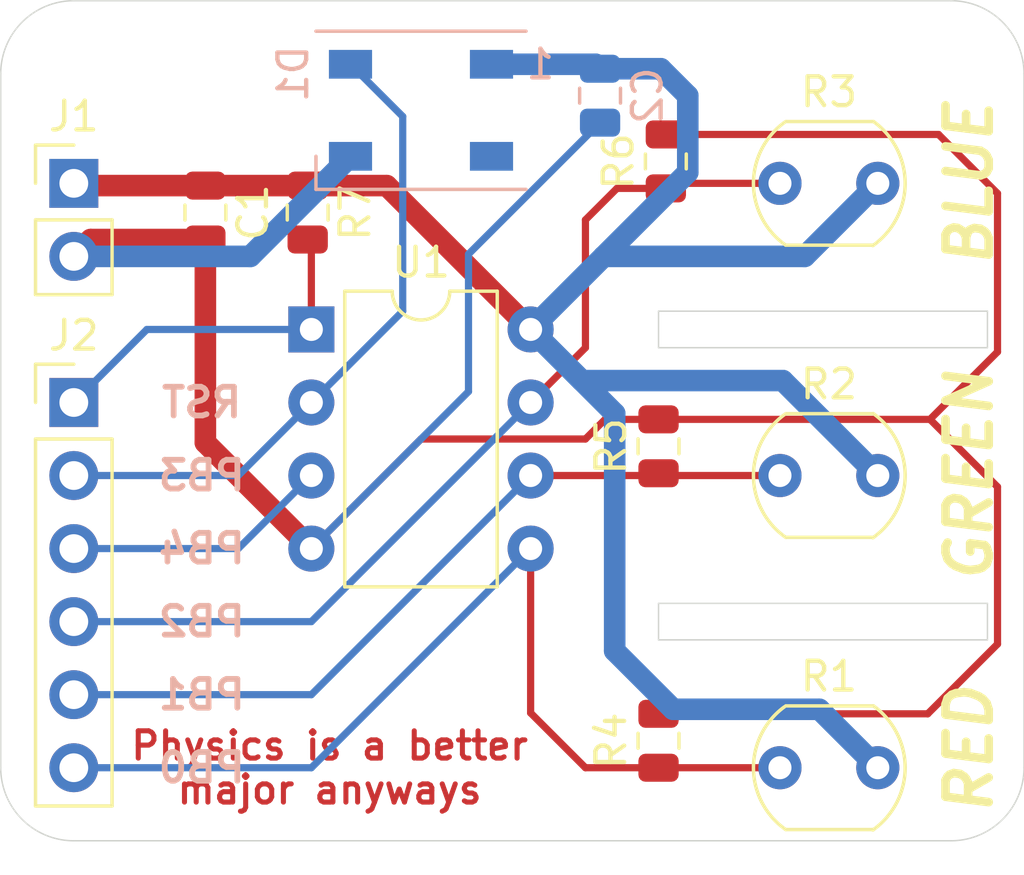
<source format=kicad_pcb>
(kicad_pcb (version 20171130) (host pcbnew "(5.1.6)-1")

  (general
    (thickness 1.6)
    (drawings 26)
    (tracks 75)
    (zones 0)
    (modules 13)
    (nets 10)
  )

  (page A4)
  (layers
    (0 F.Cu signal)
    (31 B.Cu signal)
    (32 B.Adhes user)
    (33 F.Adhes user)
    (34 B.Paste user)
    (35 F.Paste user)
    (36 B.SilkS user)
    (37 F.SilkS user)
    (38 B.Mask user)
    (39 F.Mask user)
    (40 Dwgs.User user)
    (41 Cmts.User user)
    (42 Eco1.User user)
    (43 Eco2.User user)
    (44 Edge.Cuts user)
    (45 Margin user)
    (46 B.CrtYd user)
    (47 F.CrtYd user)
    (48 B.Fab user)
    (49 F.Fab user hide)
  )

  (setup
    (last_trace_width 0.75)
    (user_trace_width 0.75)
    (trace_clearance 0.2)
    (zone_clearance 0.3)
    (zone_45_only no)
    (trace_min 0.2)
    (via_size 0.8)
    (via_drill 0.4)
    (via_min_size 0.4)
    (via_min_drill 0.3)
    (uvia_size 0.3)
    (uvia_drill 0.1)
    (uvias_allowed no)
    (uvia_min_size 0.2)
    (uvia_min_drill 0.1)
    (edge_width 0.05)
    (segment_width 0.2)
    (pcb_text_width 0.3)
    (pcb_text_size 1.5 1.5)
    (mod_edge_width 0.12)
    (mod_text_size 1 1)
    (mod_text_width 0.15)
    (pad_size 1.524 1.524)
    (pad_drill 0.762)
    (pad_to_mask_clearance 0.05)
    (aux_axis_origin 0 0)
    (visible_elements FFFFFF7F)
    (pcbplotparams
      (layerselection 0x010fc_ffffffff)
      (usegerberextensions false)
      (usegerberattributes true)
      (usegerberadvancedattributes true)
      (creategerberjobfile true)
      (excludeedgelayer true)
      (linewidth 0.100000)
      (plotframeref false)
      (viasonmask false)
      (mode 1)
      (useauxorigin false)
      (hpglpennumber 1)
      (hpglpenspeed 20)
      (hpglpendiameter 15.000000)
      (psnegative false)
      (psa4output false)
      (plotreference true)
      (plotvalue true)
      (plotinvisibletext false)
      (padsonsilk false)
      (subtractmaskfromsilk false)
      (outputformat 1)
      (mirror false)
      (drillshape 1)
      (scaleselection 1)
      (outputdirectory ""))
  )

  (net 0 "")
  (net 1 GND)
  (net 2 VCC)
  (net 3 "Net-(D1-Pad2)")
  (net 4 /PB3)
  (net 5 /PB0)
  (net 6 /PB1)
  (net 7 /PB2)
  (net 8 /PB4)
  (net 9 /RESET)

  (net_class Default "This is the default net class."
    (clearance 0.2)
    (trace_width 0.25)
    (via_dia 0.8)
    (via_drill 0.4)
    (uvia_dia 0.3)
    (uvia_drill 0.1)
    (add_net /PB0)
    (add_net /PB1)
    (add_net /PB2)
    (add_net /PB3)
    (add_net /PB4)
    (add_net /RESET)
    (add_net GND)
    (add_net "Net-(D1-Pad2)")
    (add_net VCC)
  )

  (module Capacitor_SMD:C_0805_2012Metric (layer B.Cu) (tedit 5B36C52B) (tstamp 5FC956E8)
    (at 145.288 111.252 90)
    (descr "Capacitor SMD 0805 (2012 Metric), square (rectangular) end terminal, IPC_7351 nominal, (Body size source: https://docs.google.com/spreadsheets/d/1BsfQQcO9C6DZCsRaXUlFlo91Tg2WpOkGARC1WS5S8t0/edit?usp=sharing), generated with kicad-footprint-generator")
    (tags capacitor)
    (path /5FCF63D6)
    (attr smd)
    (fp_text reference C2 (at 0 1.65 270) (layer B.SilkS)
      (effects (font (size 1 1) (thickness 0.15)) (justify mirror))
    )
    (fp_text value 0.1u (at 0 -1.65 270) (layer B.Fab)
      (effects (font (size 1 1) (thickness 0.15)) (justify mirror))
    )
    (fp_line (start 1.68 -0.95) (end -1.68 -0.95) (layer B.CrtYd) (width 0.05))
    (fp_line (start 1.68 0.95) (end 1.68 -0.95) (layer B.CrtYd) (width 0.05))
    (fp_line (start -1.68 0.95) (end 1.68 0.95) (layer B.CrtYd) (width 0.05))
    (fp_line (start -1.68 -0.95) (end -1.68 0.95) (layer B.CrtYd) (width 0.05))
    (fp_line (start -0.258578 -0.71) (end 0.258578 -0.71) (layer B.SilkS) (width 0.12))
    (fp_line (start -0.258578 0.71) (end 0.258578 0.71) (layer B.SilkS) (width 0.12))
    (fp_line (start 1 -0.6) (end -1 -0.6) (layer B.Fab) (width 0.1))
    (fp_line (start 1 0.6) (end 1 -0.6) (layer B.Fab) (width 0.1))
    (fp_line (start -1 0.6) (end 1 0.6) (layer B.Fab) (width 0.1))
    (fp_line (start -1 -0.6) (end -1 0.6) (layer B.Fab) (width 0.1))
    (fp_text user %R (at 0 0 270) (layer B.Fab)
      (effects (font (size 0.5 0.5) (thickness 0.08)) (justify mirror))
    )
    (pad 1 smd roundrect (at -0.9375 0 90) (size 0.975 1.4) (layers B.Cu B.Paste B.Mask) (roundrect_rratio 0.25)
      (net 1 GND))
    (pad 2 smd roundrect (at 0.9375 0 90) (size 0.975 1.4) (layers B.Cu B.Paste B.Mask) (roundrect_rratio 0.25)
      (net 2 VCC))
    (model ${KISYS3DMOD}/Capacitor_SMD.3dshapes/C_0805_2012Metric.wrl
      (at (xyz 0 0 0))
      (scale (xyz 1 1 1))
      (rotate (xyz 0 0 0))
    )
  )

  (module Package_DIP:DIP-8_W7.62mm (layer F.Cu) (tedit 5A02E8C5) (tstamp 5FC93B65)
    (at 135.255 119.38)
    (descr "8-lead though-hole mounted DIP package, row spacing 7.62 mm (300 mils)")
    (tags "THT DIP DIL PDIP 2.54mm 7.62mm 300mil")
    (path /5FC8D1BC)
    (fp_text reference U1 (at 3.81 -2.33) (layer F.SilkS)
      (effects (font (size 1 1) (thickness 0.15)))
    )
    (fp_text value ATtiny85-20PU (at 3.81 9.95) (layer F.Fab)
      (effects (font (size 1 1) (thickness 0.15)))
    )
    (fp_text user %R (at 3.81 3.81) (layer F.Fab)
      (effects (font (size 1 1) (thickness 0.15)))
    )
    (fp_arc (start 3.81 -1.33) (end 2.81 -1.33) (angle -180) (layer F.SilkS) (width 0.12))
    (fp_line (start 1.635 -1.27) (end 6.985 -1.27) (layer F.Fab) (width 0.1))
    (fp_line (start 6.985 -1.27) (end 6.985 8.89) (layer F.Fab) (width 0.1))
    (fp_line (start 6.985 8.89) (end 0.635 8.89) (layer F.Fab) (width 0.1))
    (fp_line (start 0.635 8.89) (end 0.635 -0.27) (layer F.Fab) (width 0.1))
    (fp_line (start 0.635 -0.27) (end 1.635 -1.27) (layer F.Fab) (width 0.1))
    (fp_line (start 2.81 -1.33) (end 1.16 -1.33) (layer F.SilkS) (width 0.12))
    (fp_line (start 1.16 -1.33) (end 1.16 8.95) (layer F.SilkS) (width 0.12))
    (fp_line (start 1.16 8.95) (end 6.46 8.95) (layer F.SilkS) (width 0.12))
    (fp_line (start 6.46 8.95) (end 6.46 -1.33) (layer F.SilkS) (width 0.12))
    (fp_line (start 6.46 -1.33) (end 4.81 -1.33) (layer F.SilkS) (width 0.12))
    (fp_line (start -1.1 -1.55) (end -1.1 9.15) (layer F.CrtYd) (width 0.05))
    (fp_line (start -1.1 9.15) (end 8.7 9.15) (layer F.CrtYd) (width 0.05))
    (fp_line (start 8.7 9.15) (end 8.7 -1.55) (layer F.CrtYd) (width 0.05))
    (fp_line (start 8.7 -1.55) (end -1.1 -1.55) (layer F.CrtYd) (width 0.05))
    (pad 8 thru_hole oval (at 7.62 0) (size 1.6 1.6) (drill 0.8) (layers *.Cu *.Mask)
      (net 2 VCC))
    (pad 4 thru_hole oval (at 0 7.62) (size 1.6 1.6) (drill 0.8) (layers *.Cu *.Mask)
      (net 1 GND))
    (pad 7 thru_hole oval (at 7.62 2.54) (size 1.6 1.6) (drill 0.8) (layers *.Cu *.Mask)
      (net 7 /PB2))
    (pad 3 thru_hole oval (at 0 5.08) (size 1.6 1.6) (drill 0.8) (layers *.Cu *.Mask)
      (net 8 /PB4))
    (pad 6 thru_hole oval (at 7.62 5.08) (size 1.6 1.6) (drill 0.8) (layers *.Cu *.Mask)
      (net 6 /PB1))
    (pad 2 thru_hole oval (at 0 2.54) (size 1.6 1.6) (drill 0.8) (layers *.Cu *.Mask)
      (net 4 /PB3))
    (pad 5 thru_hole oval (at 7.62 7.62) (size 1.6 1.6) (drill 0.8) (layers *.Cu *.Mask)
      (net 5 /PB0))
    (pad 1 thru_hole rect (at 0 0) (size 1.6 1.6) (drill 0.8) (layers *.Cu *.Mask)
      (net 9 /RESET))
    (model ${KISYS3DMOD}/Package_DIP.3dshapes/DIP-8_W7.62mm.wrl
      (at (xyz 0 0 0))
      (scale (xyz 1 1 1))
      (rotate (xyz 0 0 0))
    )
  )

  (module Resistor_SMD:R_0805_2012Metric (layer F.Cu) (tedit 5B36C52B) (tstamp 5FC93404)
    (at 135.128 115.316 270)
    (descr "Resistor SMD 0805 (2012 Metric), square (rectangular) end terminal, IPC_7351 nominal, (Body size source: https://docs.google.com/spreadsheets/d/1BsfQQcO9C6DZCsRaXUlFlo91Tg2WpOkGARC1WS5S8t0/edit?usp=sharing), generated with kicad-footprint-generator")
    (tags resistor)
    (path /5FC95C62)
    (attr smd)
    (fp_text reference R7 (at 0 -1.65 90) (layer F.SilkS)
      (effects (font (size 1 1) (thickness 0.15)))
    )
    (fp_text value 10k (at 0 1.65 90) (layer F.Fab)
      (effects (font (size 1 1) (thickness 0.15)))
    )
    (fp_line (start 1.68 0.95) (end -1.68 0.95) (layer F.CrtYd) (width 0.05))
    (fp_line (start 1.68 -0.95) (end 1.68 0.95) (layer F.CrtYd) (width 0.05))
    (fp_line (start -1.68 -0.95) (end 1.68 -0.95) (layer F.CrtYd) (width 0.05))
    (fp_line (start -1.68 0.95) (end -1.68 -0.95) (layer F.CrtYd) (width 0.05))
    (fp_line (start -0.258578 0.71) (end 0.258578 0.71) (layer F.SilkS) (width 0.12))
    (fp_line (start -0.258578 -0.71) (end 0.258578 -0.71) (layer F.SilkS) (width 0.12))
    (fp_line (start 1 0.6) (end -1 0.6) (layer F.Fab) (width 0.1))
    (fp_line (start 1 -0.6) (end 1 0.6) (layer F.Fab) (width 0.1))
    (fp_line (start -1 -0.6) (end 1 -0.6) (layer F.Fab) (width 0.1))
    (fp_line (start -1 0.6) (end -1 -0.6) (layer F.Fab) (width 0.1))
    (fp_text user %R (at 0 0 90) (layer F.Fab)
      (effects (font (size 0.5 0.5) (thickness 0.08)))
    )
    (pad 1 smd roundrect (at -0.9375 0 270) (size 0.975 1.4) (layers F.Cu F.Paste F.Mask) (roundrect_rratio 0.25)
      (net 2 VCC))
    (pad 2 smd roundrect (at 0.9375 0 270) (size 0.975 1.4) (layers F.Cu F.Paste F.Mask) (roundrect_rratio 0.25)
      (net 9 /RESET))
    (model ${KISYS3DMOD}/Resistor_SMD.3dshapes/R_0805_2012Metric.wrl
      (at (xyz 0 0 0))
      (scale (xyz 1 1 1))
      (rotate (xyz 0 0 0))
    )
  )

  (module Resistor_SMD:R_0805_2012Metric (layer F.Cu) (tedit 5B36C52B) (tstamp 5FC933F3)
    (at 147.574 113.538 90)
    (descr "Resistor SMD 0805 (2012 Metric), square (rectangular) end terminal, IPC_7351 nominal, (Body size source: https://docs.google.com/spreadsheets/d/1BsfQQcO9C6DZCsRaXUlFlo91Tg2WpOkGARC1WS5S8t0/edit?usp=sharing), generated with kicad-footprint-generator")
    (tags resistor)
    (path /5FCBED86)
    (attr smd)
    (fp_text reference R6 (at 0 -1.65 270) (layer F.SilkS)
      (effects (font (size 1 1) (thickness 0.15)))
    )
    (fp_text value 4.7k (at 0 1.65 270) (layer F.Fab)
      (effects (font (size 1 1) (thickness 0.15)))
    )
    (fp_text user %R (at 0 0 270) (layer F.Fab)
      (effects (font (size 0.5 0.5) (thickness 0.08)))
    )
    (fp_line (start -1 0.6) (end -1 -0.6) (layer F.Fab) (width 0.1))
    (fp_line (start -1 -0.6) (end 1 -0.6) (layer F.Fab) (width 0.1))
    (fp_line (start 1 -0.6) (end 1 0.6) (layer F.Fab) (width 0.1))
    (fp_line (start 1 0.6) (end -1 0.6) (layer F.Fab) (width 0.1))
    (fp_line (start -0.258578 -0.71) (end 0.258578 -0.71) (layer F.SilkS) (width 0.12))
    (fp_line (start -0.258578 0.71) (end 0.258578 0.71) (layer F.SilkS) (width 0.12))
    (fp_line (start -1.68 0.95) (end -1.68 -0.95) (layer F.CrtYd) (width 0.05))
    (fp_line (start -1.68 -0.95) (end 1.68 -0.95) (layer F.CrtYd) (width 0.05))
    (fp_line (start 1.68 -0.95) (end 1.68 0.95) (layer F.CrtYd) (width 0.05))
    (fp_line (start 1.68 0.95) (end -1.68 0.95) (layer F.CrtYd) (width 0.05))
    (pad 2 smd roundrect (at 0.9375 0 90) (size 0.975 1.4) (layers F.Cu F.Paste F.Mask) (roundrect_rratio 0.25)
      (net 1 GND))
    (pad 1 smd roundrect (at -0.9375 0 90) (size 0.975 1.4) (layers F.Cu F.Paste F.Mask) (roundrect_rratio 0.25)
      (net 7 /PB2))
    (model ${KISYS3DMOD}/Resistor_SMD.3dshapes/R_0805_2012Metric.wrl
      (at (xyz 0 0 0))
      (scale (xyz 1 1 1))
      (rotate (xyz 0 0 0))
    )
  )

  (module Resistor_SMD:R_0805_2012Metric (layer F.Cu) (tedit 5B36C52B) (tstamp 5FC95DFE)
    (at 147.32 123.444 90)
    (descr "Resistor SMD 0805 (2012 Metric), square (rectangular) end terminal, IPC_7351 nominal, (Body size source: https://docs.google.com/spreadsheets/d/1BsfQQcO9C6DZCsRaXUlFlo91Tg2WpOkGARC1WS5S8t0/edit?usp=sharing), generated with kicad-footprint-generator")
    (tags resistor)
    (path /5FCB51D6)
    (attr smd)
    (fp_text reference R5 (at 0 -1.65 270) (layer F.SilkS)
      (effects (font (size 1 1) (thickness 0.15)))
    )
    (fp_text value 4.7k (at 0 1.65 270) (layer F.Fab)
      (effects (font (size 1 1) (thickness 0.15)))
    )
    (fp_text user %R (at 0 0 270) (layer F.Fab)
      (effects (font (size 0.5 0.5) (thickness 0.08)))
    )
    (fp_line (start -1 0.6) (end -1 -0.6) (layer F.Fab) (width 0.1))
    (fp_line (start -1 -0.6) (end 1 -0.6) (layer F.Fab) (width 0.1))
    (fp_line (start 1 -0.6) (end 1 0.6) (layer F.Fab) (width 0.1))
    (fp_line (start 1 0.6) (end -1 0.6) (layer F.Fab) (width 0.1))
    (fp_line (start -0.258578 -0.71) (end 0.258578 -0.71) (layer F.SilkS) (width 0.12))
    (fp_line (start -0.258578 0.71) (end 0.258578 0.71) (layer F.SilkS) (width 0.12))
    (fp_line (start -1.68 0.95) (end -1.68 -0.95) (layer F.CrtYd) (width 0.05))
    (fp_line (start -1.68 -0.95) (end 1.68 -0.95) (layer F.CrtYd) (width 0.05))
    (fp_line (start 1.68 -0.95) (end 1.68 0.95) (layer F.CrtYd) (width 0.05))
    (fp_line (start 1.68 0.95) (end -1.68 0.95) (layer F.CrtYd) (width 0.05))
    (pad 2 smd roundrect (at 0.9375 0 90) (size 0.975 1.4) (layers F.Cu F.Paste F.Mask) (roundrect_rratio 0.25)
      (net 1 GND))
    (pad 1 smd roundrect (at -0.9375 0 90) (size 0.975 1.4) (layers F.Cu F.Paste F.Mask) (roundrect_rratio 0.25)
      (net 6 /PB1))
    (model ${KISYS3DMOD}/Resistor_SMD.3dshapes/R_0805_2012Metric.wrl
      (at (xyz 0 0 0))
      (scale (xyz 1 1 1))
      (rotate (xyz 0 0 0))
    )
  )

  (module Resistor_SMD:R_0805_2012Metric (layer F.Cu) (tedit 5B36C52B) (tstamp 5FC933D1)
    (at 147.32 133.6825 90)
    (descr "Resistor SMD 0805 (2012 Metric), square (rectangular) end terminal, IPC_7351 nominal, (Body size source: https://docs.google.com/spreadsheets/d/1BsfQQcO9C6DZCsRaXUlFlo91Tg2WpOkGARC1WS5S8t0/edit?usp=sharing), generated with kicad-footprint-generator")
    (tags resistor)
    (path /5FCB2565)
    (attr smd)
    (fp_text reference R4 (at 0 -1.65 270) (layer F.SilkS)
      (effects (font (size 1 1) (thickness 0.15)))
    )
    (fp_text value 4.7k (at 0 1.65 270) (layer F.Fab)
      (effects (font (size 1 1) (thickness 0.15)))
    )
    (fp_text user %R (at 0 0 270) (layer F.Fab)
      (effects (font (size 0.5 0.5) (thickness 0.08)))
    )
    (fp_line (start -1 0.6) (end -1 -0.6) (layer F.Fab) (width 0.1))
    (fp_line (start -1 -0.6) (end 1 -0.6) (layer F.Fab) (width 0.1))
    (fp_line (start 1 -0.6) (end 1 0.6) (layer F.Fab) (width 0.1))
    (fp_line (start 1 0.6) (end -1 0.6) (layer F.Fab) (width 0.1))
    (fp_line (start -0.258578 -0.71) (end 0.258578 -0.71) (layer F.SilkS) (width 0.12))
    (fp_line (start -0.258578 0.71) (end 0.258578 0.71) (layer F.SilkS) (width 0.12))
    (fp_line (start -1.68 0.95) (end -1.68 -0.95) (layer F.CrtYd) (width 0.05))
    (fp_line (start -1.68 -0.95) (end 1.68 -0.95) (layer F.CrtYd) (width 0.05))
    (fp_line (start 1.68 -0.95) (end 1.68 0.95) (layer F.CrtYd) (width 0.05))
    (fp_line (start 1.68 0.95) (end -1.68 0.95) (layer F.CrtYd) (width 0.05))
    (pad 2 smd roundrect (at 0.9375 0 90) (size 0.975 1.4) (layers F.Cu F.Paste F.Mask) (roundrect_rratio 0.25)
      (net 1 GND))
    (pad 1 smd roundrect (at -0.9375 0 90) (size 0.975 1.4) (layers F.Cu F.Paste F.Mask) (roundrect_rratio 0.25)
      (net 5 /PB0))
    (model ${KISYS3DMOD}/Resistor_SMD.3dshapes/R_0805_2012Metric.wrl
      (at (xyz 0 0 0))
      (scale (xyz 1 1 1))
      (rotate (xyz 0 0 0))
    )
  )

  (module OptoDevice:R_LDR_5.1x4.3mm_P3.4mm_Vertical (layer F.Cu) (tedit 5B8603DB) (tstamp 5FC953A7)
    (at 154.94 114.3 180)
    (descr "Resistor, LDR 5.1x3.4mm, see http://yourduino.com/docs/Photoresistor-5516-datasheet.pdf")
    (tags "Resistor LDR5.1x3.4mm")
    (path /5FCBED7C)
    (fp_text reference R3 (at 1.7 3.175) (layer F.SilkS)
      (effects (font (size 1 1) (thickness 0.15)))
    )
    (fp_text value R_PHOTO_Blue (at 1.5 3) (layer F.Fab)
      (effects (font (size 1 1) (thickness 0.15)))
    )
    (fp_arc (start 1.7 0) (end 0.2 2.1) (angle 109) (layer F.Fab) (width 0.1))
    (fp_arc (start 1.7 0) (end 3.2 -2.1) (angle 109) (layer F.Fab) (width 0.1))
    (fp_arc (start 1.7 0) (end 3.2 -2.15) (angle 109) (layer F.SilkS) (width 0.12))
    (fp_arc (start 1.7 0) (end 0.15 2.15) (angle 109) (layer F.SilkS) (width 0.12))
    (fp_text user %R (at 1.7 -2.9) (layer F.Fab)
      (effects (font (size 1 1) (thickness 0.15)))
    )
    (fp_line (start 0.15 2.15) (end 3.2 2.15) (layer F.SilkS) (width 0.12))
    (fp_line (start 0.15 -2.15) (end 3.2 -2.15) (layer F.SilkS) (width 0.12))
    (fp_line (start 1 0) (end 2.3 0) (layer F.Fab) (width 0.1))
    (fp_line (start 2.3 0) (end 2.3 -0.6) (layer F.Fab) (width 0.1))
    (fp_line (start 2.3 -0.6) (end 0.8 -0.6) (layer F.Fab) (width 0.1))
    (fp_line (start 2.6 0.6) (end 1 0.6) (layer F.Fab) (width 0.1))
    (fp_line (start 0.8 -1.8) (end 2.6 -1.8) (layer F.Fab) (width 0.1))
    (fp_line (start 2.6 -1.8) (end 2.6 -1.2) (layer F.Fab) (width 0.1))
    (fp_line (start 2.6 -1.2) (end 0.8 -1.2) (layer F.Fab) (width 0.1))
    (fp_line (start 0.8 -1.2) (end 0.8 -0.6) (layer F.Fab) (width 0.1))
    (fp_line (start 1 0) (end 1 0.6) (layer F.Fab) (width 0.1))
    (fp_line (start 2.6 0.6) (end 2.6 1.2) (layer F.Fab) (width 0.1))
    (fp_line (start 2.6 1.2) (end 0.8 1.2) (layer F.Fab) (width 0.1))
    (fp_line (start 0.8 1.2) (end 0.8 1.8) (layer F.Fab) (width 0.1))
    (fp_line (start 0.8 1.8) (end 2.6 1.8) (layer F.Fab) (width 0.1))
    (fp_line (start 3.2 2.1) (end 0.2 2.1) (layer F.Fab) (width 0.1))
    (fp_line (start 0.2 -2.1) (end 3.2 -2.1) (layer F.Fab) (width 0.1))
    (fp_line (start -1.13 -2.35) (end 4.53 -2.35) (layer F.CrtYd) (width 0.05))
    (fp_line (start -1.13 -2.35) (end -1.13 2.35) (layer F.CrtYd) (width 0.05))
    (fp_line (start 4.53 2.35) (end 4.53 -2.35) (layer F.CrtYd) (width 0.05))
    (fp_line (start 4.53 2.35) (end -1.13 2.35) (layer F.CrtYd) (width 0.05))
    (pad 2 thru_hole circle (at 3.4 0 180) (size 1.5 1.5) (drill 0.8) (layers *.Cu *.Mask)
      (net 7 /PB2))
    (pad 1 thru_hole circle (at 0 0 180) (size 1.5 1.5) (drill 0.8) (layers *.Cu *.Mask)
      (net 2 VCC))
    (model ${KISYS3DMOD}/OptoDevice.3dshapes/R_LDR_5.1x4.3mm_P3.4mm_Vertical.wrl
      (at (xyz 0 0 0))
      (scale (xyz 1 1 1))
      (rotate (xyz 0 0 0))
    )
  )

  (module OptoDevice:R_LDR_5.1x4.3mm_P3.4mm_Vertical (layer F.Cu) (tedit 5B8603DB) (tstamp 5FC94FB6)
    (at 154.94 124.46 180)
    (descr "Resistor, LDR 5.1x3.4mm, see http://yourduino.com/docs/Photoresistor-5516-datasheet.pdf")
    (tags "Resistor LDR5.1x3.4mm")
    (path /5FCB51CC)
    (fp_text reference R2 (at 1.7 3.175) (layer F.SilkS)
      (effects (font (size 1 1) (thickness 0.15)))
    )
    (fp_text value R_PHOTO_Green (at 1.5 3) (layer F.Fab)
      (effects (font (size 1 1) (thickness 0.15)))
    )
    (fp_arc (start 1.7 0) (end 0.2 2.1) (angle 109) (layer F.Fab) (width 0.1))
    (fp_arc (start 1.7 0) (end 3.2 -2.1) (angle 109) (layer F.Fab) (width 0.1))
    (fp_arc (start 1.7 0) (end 3.2 -2.15) (angle 109) (layer F.SilkS) (width 0.12))
    (fp_arc (start 1.7 0) (end 0.15 2.15) (angle 109) (layer F.SilkS) (width 0.12))
    (fp_text user %R (at 1.7 -2.9) (layer F.Fab)
      (effects (font (size 1 1) (thickness 0.15)))
    )
    (fp_line (start 0.15 2.15) (end 3.2 2.15) (layer F.SilkS) (width 0.12))
    (fp_line (start 0.15 -2.15) (end 3.2 -2.15) (layer F.SilkS) (width 0.12))
    (fp_line (start 1 0) (end 2.3 0) (layer F.Fab) (width 0.1))
    (fp_line (start 2.3 0) (end 2.3 -0.6) (layer F.Fab) (width 0.1))
    (fp_line (start 2.3 -0.6) (end 0.8 -0.6) (layer F.Fab) (width 0.1))
    (fp_line (start 2.6 0.6) (end 1 0.6) (layer F.Fab) (width 0.1))
    (fp_line (start 0.8 -1.8) (end 2.6 -1.8) (layer F.Fab) (width 0.1))
    (fp_line (start 2.6 -1.8) (end 2.6 -1.2) (layer F.Fab) (width 0.1))
    (fp_line (start 2.6 -1.2) (end 0.8 -1.2) (layer F.Fab) (width 0.1))
    (fp_line (start 0.8 -1.2) (end 0.8 -0.6) (layer F.Fab) (width 0.1))
    (fp_line (start 1 0) (end 1 0.6) (layer F.Fab) (width 0.1))
    (fp_line (start 2.6 0.6) (end 2.6 1.2) (layer F.Fab) (width 0.1))
    (fp_line (start 2.6 1.2) (end 0.8 1.2) (layer F.Fab) (width 0.1))
    (fp_line (start 0.8 1.2) (end 0.8 1.8) (layer F.Fab) (width 0.1))
    (fp_line (start 0.8 1.8) (end 2.6 1.8) (layer F.Fab) (width 0.1))
    (fp_line (start 3.2 2.1) (end 0.2 2.1) (layer F.Fab) (width 0.1))
    (fp_line (start 0.2 -2.1) (end 3.2 -2.1) (layer F.Fab) (width 0.1))
    (fp_line (start -1.13 -2.35) (end 4.53 -2.35) (layer F.CrtYd) (width 0.05))
    (fp_line (start -1.13 -2.35) (end -1.13 2.35) (layer F.CrtYd) (width 0.05))
    (fp_line (start 4.53 2.35) (end 4.53 -2.35) (layer F.CrtYd) (width 0.05))
    (fp_line (start 4.53 2.35) (end -1.13 2.35) (layer F.CrtYd) (width 0.05))
    (pad 2 thru_hole circle (at 3.4 0 180) (size 1.5 1.5) (drill 0.8) (layers *.Cu *.Mask)
      (net 6 /PB1))
    (pad 1 thru_hole circle (at 0 0 180) (size 1.5 1.5) (drill 0.8) (layers *.Cu *.Mask)
      (net 2 VCC))
    (model ${KISYS3DMOD}/OptoDevice.3dshapes/R_LDR_5.1x4.3mm_P3.4mm_Vertical.wrl
      (at (xyz 0 0 0))
      (scale (xyz 1 1 1))
      (rotate (xyz 0 0 0))
    )
  )

  (module OptoDevice:R_LDR_5.1x4.3mm_P3.4mm_Vertical (layer F.Cu) (tedit 5B8603DB) (tstamp 5FC93380)
    (at 154.94 134.62 180)
    (descr "Resistor, LDR 5.1x3.4mm, see http://yourduino.com/docs/Photoresistor-5516-datasheet.pdf")
    (tags "Resistor LDR5.1x3.4mm")
    (path /5FCA459F)
    (fp_text reference R1 (at 1.7 3.175) (layer F.SilkS)
      (effects (font (size 1 1) (thickness 0.15)))
    )
    (fp_text value R_PHOTO_Red (at 1.5 3) (layer F.Fab)
      (effects (font (size 1 1) (thickness 0.15)))
    )
    (fp_arc (start 1.7 0) (end 0.2 2.1) (angle 109) (layer F.Fab) (width 0.1))
    (fp_arc (start 1.7 0) (end 3.2 -2.1) (angle 109) (layer F.Fab) (width 0.1))
    (fp_arc (start 1.7 0) (end 3.2 -2.15) (angle 109) (layer F.SilkS) (width 0.12))
    (fp_arc (start 1.7 0) (end 0.15 2.15) (angle 109) (layer F.SilkS) (width 0.12))
    (fp_text user %R (at 1.7 -2.9) (layer F.Fab)
      (effects (font (size 1 1) (thickness 0.15)))
    )
    (fp_line (start 0.15 2.15) (end 3.2 2.15) (layer F.SilkS) (width 0.12))
    (fp_line (start 0.15 -2.15) (end 3.2 -2.15) (layer F.SilkS) (width 0.12))
    (fp_line (start 1 0) (end 2.3 0) (layer F.Fab) (width 0.1))
    (fp_line (start 2.3 0) (end 2.3 -0.6) (layer F.Fab) (width 0.1))
    (fp_line (start 2.3 -0.6) (end 0.8 -0.6) (layer F.Fab) (width 0.1))
    (fp_line (start 2.6 0.6) (end 1 0.6) (layer F.Fab) (width 0.1))
    (fp_line (start 0.8 -1.8) (end 2.6 -1.8) (layer F.Fab) (width 0.1))
    (fp_line (start 2.6 -1.8) (end 2.6 -1.2) (layer F.Fab) (width 0.1))
    (fp_line (start 2.6 -1.2) (end 0.8 -1.2) (layer F.Fab) (width 0.1))
    (fp_line (start 0.8 -1.2) (end 0.8 -0.6) (layer F.Fab) (width 0.1))
    (fp_line (start 1 0) (end 1 0.6) (layer F.Fab) (width 0.1))
    (fp_line (start 2.6 0.6) (end 2.6 1.2) (layer F.Fab) (width 0.1))
    (fp_line (start 2.6 1.2) (end 0.8 1.2) (layer F.Fab) (width 0.1))
    (fp_line (start 0.8 1.2) (end 0.8 1.8) (layer F.Fab) (width 0.1))
    (fp_line (start 0.8 1.8) (end 2.6 1.8) (layer F.Fab) (width 0.1))
    (fp_line (start 3.2 2.1) (end 0.2 2.1) (layer F.Fab) (width 0.1))
    (fp_line (start 0.2 -2.1) (end 3.2 -2.1) (layer F.Fab) (width 0.1))
    (fp_line (start -1.13 -2.35) (end 4.53 -2.35) (layer F.CrtYd) (width 0.05))
    (fp_line (start -1.13 -2.35) (end -1.13 2.35) (layer F.CrtYd) (width 0.05))
    (fp_line (start 4.53 2.35) (end 4.53 -2.35) (layer F.CrtYd) (width 0.05))
    (fp_line (start 4.53 2.35) (end -1.13 2.35) (layer F.CrtYd) (width 0.05))
    (pad 2 thru_hole circle (at 3.4 0 180) (size 1.5 1.5) (drill 0.8) (layers *.Cu *.Mask)
      (net 5 /PB0))
    (pad 1 thru_hole circle (at 0 0 180) (size 1.5 1.5) (drill 0.8) (layers *.Cu *.Mask)
      (net 2 VCC))
    (model ${KISYS3DMOD}/OptoDevice.3dshapes/R_LDR_5.1x4.3mm_P3.4mm_Vertical.wrl
      (at (xyz 0 0 0))
      (scale (xyz 1 1 1))
      (rotate (xyz 0 0 0))
    )
  )

  (module Connector_PinHeader_2.54mm:PinHeader_1x06_P2.54mm_Vertical (layer F.Cu) (tedit 59FED5CC) (tstamp 5FC93360)
    (at 127 121.92)
    (descr "Through hole straight pin header, 1x06, 2.54mm pitch, single row")
    (tags "Through hole pin header THT 1x06 2.54mm single row")
    (path /5FCC726B)
    (fp_text reference J2 (at 0 -2.33) (layer F.SilkS)
      (effects (font (size 1 1) (thickness 0.15)))
    )
    (fp_text value Conn_01x06_Female (at 0 15.03) (layer F.Fab)
      (effects (font (size 1 1) (thickness 0.15)))
    )
    (fp_text user %R (at 0 6.35 90) (layer F.Fab)
      (effects (font (size 1 1) (thickness 0.15)))
    )
    (fp_line (start -0.635 -1.27) (end 1.27 -1.27) (layer F.Fab) (width 0.1))
    (fp_line (start 1.27 -1.27) (end 1.27 13.97) (layer F.Fab) (width 0.1))
    (fp_line (start 1.27 13.97) (end -1.27 13.97) (layer F.Fab) (width 0.1))
    (fp_line (start -1.27 13.97) (end -1.27 -0.635) (layer F.Fab) (width 0.1))
    (fp_line (start -1.27 -0.635) (end -0.635 -1.27) (layer F.Fab) (width 0.1))
    (fp_line (start -1.33 14.03) (end 1.33 14.03) (layer F.SilkS) (width 0.12))
    (fp_line (start -1.33 1.27) (end -1.33 14.03) (layer F.SilkS) (width 0.12))
    (fp_line (start 1.33 1.27) (end 1.33 14.03) (layer F.SilkS) (width 0.12))
    (fp_line (start -1.33 1.27) (end 1.33 1.27) (layer F.SilkS) (width 0.12))
    (fp_line (start -1.33 0) (end -1.33 -1.33) (layer F.SilkS) (width 0.12))
    (fp_line (start -1.33 -1.33) (end 0 -1.33) (layer F.SilkS) (width 0.12))
    (fp_line (start -1.8 -1.8) (end -1.8 14.5) (layer F.CrtYd) (width 0.05))
    (fp_line (start -1.8 14.5) (end 1.8 14.5) (layer F.CrtYd) (width 0.05))
    (fp_line (start 1.8 14.5) (end 1.8 -1.8) (layer F.CrtYd) (width 0.05))
    (fp_line (start 1.8 -1.8) (end -1.8 -1.8) (layer F.CrtYd) (width 0.05))
    (pad 6 thru_hole oval (at 0 12.7) (size 1.7 1.7) (drill 1) (layers *.Cu *.Mask)
      (net 5 /PB0))
    (pad 5 thru_hole oval (at 0 10.16) (size 1.7 1.7) (drill 1) (layers *.Cu *.Mask)
      (net 6 /PB1))
    (pad 4 thru_hole oval (at 0 7.62) (size 1.7 1.7) (drill 1) (layers *.Cu *.Mask)
      (net 7 /PB2))
    (pad 3 thru_hole oval (at 0 5.08) (size 1.7 1.7) (drill 1) (layers *.Cu *.Mask)
      (net 8 /PB4))
    (pad 2 thru_hole oval (at 0 2.54) (size 1.7 1.7) (drill 1) (layers *.Cu *.Mask)
      (net 4 /PB3))
    (pad 1 thru_hole rect (at 0 0) (size 1.7 1.7) (drill 1) (layers *.Cu *.Mask)
      (net 9 /RESET))
    (model ${KISYS3DMOD}/Connector_PinHeader_2.54mm.3dshapes/PinHeader_1x06_P2.54mm_Vertical.wrl
      (at (xyz 0 0 0))
      (scale (xyz 1 1 1))
      (rotate (xyz 0 0 0))
    )
  )

  (module Connector_PinHeader_2.54mm:PinHeader_1x02_P2.54mm_Vertical (layer F.Cu) (tedit 59FED5CC) (tstamp 5FC93346)
    (at 127 114.3)
    (descr "Through hole straight pin header, 1x02, 2.54mm pitch, single row")
    (tags "Through hole pin header THT 1x02 2.54mm single row")
    (path /5FC90C5E)
    (fp_text reference J1 (at 0 -2.33) (layer F.SilkS)
      (effects (font (size 1 1) (thickness 0.15)))
    )
    (fp_text value Battery-power (at 0 4.87) (layer F.Fab)
      (effects (font (size 1 1) (thickness 0.15)))
    )
    (fp_text user %R (at 0 1.27 90) (layer F.Fab)
      (effects (font (size 1 1) (thickness 0.15)))
    )
    (fp_line (start -0.635 -1.27) (end 1.27 -1.27) (layer F.Fab) (width 0.1))
    (fp_line (start 1.27 -1.27) (end 1.27 3.81) (layer F.Fab) (width 0.1))
    (fp_line (start 1.27 3.81) (end -1.27 3.81) (layer F.Fab) (width 0.1))
    (fp_line (start -1.27 3.81) (end -1.27 -0.635) (layer F.Fab) (width 0.1))
    (fp_line (start -1.27 -0.635) (end -0.635 -1.27) (layer F.Fab) (width 0.1))
    (fp_line (start -1.33 3.87) (end 1.33 3.87) (layer F.SilkS) (width 0.12))
    (fp_line (start -1.33 1.27) (end -1.33 3.87) (layer F.SilkS) (width 0.12))
    (fp_line (start 1.33 1.27) (end 1.33 3.87) (layer F.SilkS) (width 0.12))
    (fp_line (start -1.33 1.27) (end 1.33 1.27) (layer F.SilkS) (width 0.12))
    (fp_line (start -1.33 0) (end -1.33 -1.33) (layer F.SilkS) (width 0.12))
    (fp_line (start -1.33 -1.33) (end 0 -1.33) (layer F.SilkS) (width 0.12))
    (fp_line (start -1.8 -1.8) (end -1.8 4.35) (layer F.CrtYd) (width 0.05))
    (fp_line (start -1.8 4.35) (end 1.8 4.35) (layer F.CrtYd) (width 0.05))
    (fp_line (start 1.8 4.35) (end 1.8 -1.8) (layer F.CrtYd) (width 0.05))
    (fp_line (start 1.8 -1.8) (end -1.8 -1.8) (layer F.CrtYd) (width 0.05))
    (pad 2 thru_hole oval (at 0 2.54) (size 1.7 1.7) (drill 1) (layers *.Cu *.Mask)
      (net 1 GND))
    (pad 1 thru_hole rect (at 0 0) (size 1.7 1.7) (drill 1) (layers *.Cu *.Mask)
      (net 2 VCC))
    (model ${KISYS3DMOD}/Connector_PinHeader_2.54mm.3dshapes/PinHeader_1x02_P2.54mm_Vertical.wrl
      (at (xyz 0 0 0))
      (scale (xyz 1 1 1))
      (rotate (xyz 0 0 0))
    )
  )

  (module LED_SMD:LED_WS2812B_PLCC4_5.0x5.0mm_P3.2mm (layer B.Cu) (tedit 5AA4B285) (tstamp 5FC93330)
    (at 139.065 111.76 180)
    (descr https://cdn-shop.adafruit.com/datasheets/WS2812B.pdf)
    (tags "LED RGB NeoPixel")
    (path /5FCC5412)
    (attr smd)
    (fp_text reference D1 (at 4.445 1.27 90) (layer B.SilkS)
      (effects (font (size 1 1) (thickness 0.15)) (justify mirror))
    )
    (fp_text value WS2812B (at 0 -4) (layer B.Fab)
      (effects (font (size 1 1) (thickness 0.15)) (justify mirror))
    )
    (fp_text user %R (at 0 0) (layer B.Fab)
      (effects (font (size 0.8 0.8) (thickness 0.15)) (justify mirror))
    )
    (fp_text user 1 (at -4.15 1.6) (layer B.SilkS)
      (effects (font (size 1 1) (thickness 0.15)) (justify mirror))
    )
    (fp_line (start 3.45 2.75) (end -3.45 2.75) (layer B.CrtYd) (width 0.05))
    (fp_line (start 3.45 -2.75) (end 3.45 2.75) (layer B.CrtYd) (width 0.05))
    (fp_line (start -3.45 -2.75) (end 3.45 -2.75) (layer B.CrtYd) (width 0.05))
    (fp_line (start -3.45 2.75) (end -3.45 -2.75) (layer B.CrtYd) (width 0.05))
    (fp_line (start 2.5 -1.5) (end 1.5 -2.5) (layer B.Fab) (width 0.1))
    (fp_line (start -2.5 2.5) (end -2.5 -2.5) (layer B.Fab) (width 0.1))
    (fp_line (start -2.5 -2.5) (end 2.5 -2.5) (layer B.Fab) (width 0.1))
    (fp_line (start 2.5 -2.5) (end 2.5 2.5) (layer B.Fab) (width 0.1))
    (fp_line (start 2.5 2.5) (end -2.5 2.5) (layer B.Fab) (width 0.1))
    (fp_line (start -3.65 2.75) (end 3.65 2.75) (layer B.SilkS) (width 0.12))
    (fp_line (start -3.65 -2.75) (end 3.65 -2.75) (layer B.SilkS) (width 0.12))
    (fp_line (start 3.65 -2.75) (end 3.65 -1.6) (layer B.SilkS) (width 0.12))
    (fp_circle (center 0 0) (end 0 2) (layer B.Fab) (width 0.1))
    (pad 1 smd rect (at -2.45 1.6 180) (size 1.5 1) (layers B.Cu B.Paste B.Mask)
      (net 2 VCC))
    (pad 2 smd rect (at -2.45 -1.6 180) (size 1.5 1) (layers B.Cu B.Paste B.Mask)
      (net 3 "Net-(D1-Pad2)"))
    (pad 4 smd rect (at 2.45 1.6 180) (size 1.5 1) (layers B.Cu B.Paste B.Mask)
      (net 4 /PB3))
    (pad 3 smd rect (at 2.45 -1.6 180) (size 1.5 1) (layers B.Cu B.Paste B.Mask)
      (net 1 GND))
    (model ${KISYS3DMOD}/LED_SMD.3dshapes/LED_WS2812B_PLCC4_5.0x5.0mm_P3.2mm.wrl
      (at (xyz 0 0 0))
      (scale (xyz 1 1 1))
      (rotate (xyz 0 0 0))
    )
  )

  (module Capacitor_SMD:C_0805_2012Metric (layer F.Cu) (tedit 5B36C52B) (tstamp 5FC96503)
    (at 131.572 115.316 270)
    (descr "Capacitor SMD 0805 (2012 Metric), square (rectangular) end terminal, IPC_7351 nominal, (Body size source: https://docs.google.com/spreadsheets/d/1BsfQQcO9C6DZCsRaXUlFlo91Tg2WpOkGARC1WS5S8t0/edit?usp=sharing), generated with kicad-footprint-generator")
    (tags capacitor)
    (path /5FCA290B)
    (attr smd)
    (fp_text reference C1 (at 0 -1.65 90) (layer F.SilkS)
      (effects (font (size 1 1) (thickness 0.15)))
    )
    (fp_text value 1u (at 0 1.65 90) (layer F.Fab)
      (effects (font (size 1 1) (thickness 0.15)))
    )
    (fp_line (start 1.68 0.95) (end -1.68 0.95) (layer F.CrtYd) (width 0.05))
    (fp_line (start 1.68 -0.95) (end 1.68 0.95) (layer F.CrtYd) (width 0.05))
    (fp_line (start -1.68 -0.95) (end 1.68 -0.95) (layer F.CrtYd) (width 0.05))
    (fp_line (start -1.68 0.95) (end -1.68 -0.95) (layer F.CrtYd) (width 0.05))
    (fp_line (start -0.258578 0.71) (end 0.258578 0.71) (layer F.SilkS) (width 0.12))
    (fp_line (start -0.258578 -0.71) (end 0.258578 -0.71) (layer F.SilkS) (width 0.12))
    (fp_line (start 1 0.6) (end -1 0.6) (layer F.Fab) (width 0.1))
    (fp_line (start 1 -0.6) (end 1 0.6) (layer F.Fab) (width 0.1))
    (fp_line (start -1 -0.6) (end 1 -0.6) (layer F.Fab) (width 0.1))
    (fp_line (start -1 0.6) (end -1 -0.6) (layer F.Fab) (width 0.1))
    (fp_text user %R (at 0 0 90) (layer F.Fab)
      (effects (font (size 0.5 0.5) (thickness 0.08)))
    )
    (pad 1 smd roundrect (at -0.9375 0 270) (size 0.975 1.4) (layers F.Cu F.Paste F.Mask) (roundrect_rratio 0.25)
      (net 2 VCC))
    (pad 2 smd roundrect (at 0.9375 0 270) (size 0.975 1.4) (layers F.Cu F.Paste F.Mask) (roundrect_rratio 0.25)
      (net 1 GND))
    (model ${KISYS3DMOD}/Capacitor_SMD.3dshapes/C_0805_2012Metric.wrl
      (at (xyz 0 0 0))
      (scale (xyz 1 1 1))
      (rotate (xyz 0 0 0))
    )
  )

  (gr_text "Physics is a better\nmajor anyways" (at 135.89 134.62) (layer F.Cu)
    (effects (font (size 0.95 0.95) (thickness 0.175)))
  )
  (gr_text RED (at 158.115 133.985 90) (layer F.SilkS) (tstamp 5FC94A66)
    (effects (font (size 1.5 1.5) (thickness 0.3) italic))
  )
  (gr_text GREEN (at 158.115 124.46 90) (layer F.SilkS) (tstamp 5FC94A66)
    (effects (font (size 1.5 1.5) (thickness 0.3) italic))
  )
  (gr_text BLUE (at 158.115 114.3 90) (layer F.SilkS)
    (effects (font (size 1.5 1.5) (thickness 0.3) italic))
  )
  (gr_text PB0 (at 131.445 134.62) (layer B.SilkS) (tstamp 5FC94A4C)
    (effects (font (size 1 1) (thickness 0.2)) (justify mirror))
  )
  (gr_text PB1 (at 131.445 132.08) (layer B.SilkS) (tstamp 5FC94A4C)
    (effects (font (size 1 1) (thickness 0.2)) (justify mirror))
  )
  (gr_text PB2 (at 131.445 129.54) (layer B.SilkS) (tstamp 5FC94A4C)
    (effects (font (size 1 1) (thickness 0.2)) (justify mirror))
  )
  (gr_text PB4 (at 131.445 127) (layer B.SilkS) (tstamp 5FC94A4C)
    (effects (font (size 1 1) (thickness 0.2)) (justify mirror))
  )
  (gr_text PB3 (at 131.445 124.46) (layer B.SilkS) (tstamp 5FC94A44)
    (effects (font (size 1 1) (thickness 0.2)) (justify mirror))
  )
  (gr_text RST (at 131.445 121.92) (layer B.SilkS)
    (effects (font (size 1 1) (thickness 0.2)) (justify mirror))
  )
  (gr_arc (start 157.48 110.49) (end 160.02 110.49) (angle -90) (layer Edge.Cuts) (width 0.05))
  (gr_arc (start 157.48 134.62) (end 157.48 137.16) (angle -90) (layer Edge.Cuts) (width 0.05))
  (gr_arc (start 127 134.62) (end 124.46 134.62) (angle -90) (layer Edge.Cuts) (width 0.05))
  (gr_arc (start 127 110.49) (end 127 107.95) (angle -90) (layer Edge.Cuts) (width 0.05))
  (gr_line (start 157.48 107.95) (end 127 107.95) (layer Edge.Cuts) (width 0.05))
  (gr_line (start 160.02 134.62) (end 160.02 110.49) (layer Edge.Cuts) (width 0.05))
  (gr_line (start 127 137.16) (end 157.48 137.16) (layer Edge.Cuts) (width 0.05))
  (gr_line (start 124.46 110.49) (end 124.46 134.62) (layer Edge.Cuts) (width 0.05))
  (gr_line (start 147.32 120.015) (end 158.75 120.015) (layer Edge.Cuts) (width 0.05) (tstamp 5FC93E1A))
  (gr_line (start 147.32 118.745) (end 147.32 120.015) (layer Edge.Cuts) (width 0.05))
  (gr_line (start 158.75 118.745) (end 147.32 118.745) (layer Edge.Cuts) (width 0.05))
  (gr_line (start 158.75 120.015) (end 158.75 118.745) (layer Edge.Cuts) (width 0.05))
  (gr_line (start 158.75 130.175) (end 147.32 130.175) (layer Edge.Cuts) (width 0.05) (tstamp 5FC93E19))
  (gr_line (start 158.75 128.905) (end 158.75 130.175) (layer Edge.Cuts) (width 0.05))
  (gr_line (start 147.32 128.905) (end 158.75 128.905) (layer Edge.Cuts) (width 0.05))
  (gr_line (start 147.32 130.175) (end 147.32 128.905) (layer Edge.Cuts) (width 0.05))

  (segment (start 139.065 123.19) (end 135.255 127) (width 0.25) (layer F.Cu) (net 1))
  (segment (start 156.753488 122.5065) (end 147.32 122.5065) (width 0.25) (layer F.Cu) (net 1))
  (segment (start 147.32 122.5065) (end 145.4635 122.5065) (width 0.25) (layer F.Cu) (net 1))
  (segment (start 159.10001 120.159978) (end 156.753488 122.5065) (width 0.25) (layer F.Cu) (net 1))
  (segment (start 145.4635 122.5065) (end 144.78 123.19) (width 0.25) (layer F.Cu) (net 1))
  (segment (start 159.10001 114.65001) (end 159.10001 120.159978) (width 0.25) (layer F.Cu) (net 1))
  (segment (start 147.574 112.6005) (end 157.0505 112.6005) (width 0.25) (layer F.Cu) (net 1))
  (segment (start 157.0505 112.6005) (end 159.10001 114.65001) (width 0.25) (layer F.Cu) (net 1))
  (segment (start 144.78 123.19) (end 139.065 123.19) (width 0.25) (layer F.Cu) (net 1))
  (segment (start 156.674988 132.745) (end 147.32 132.745) (width 0.25) (layer F.Cu) (net 1))
  (segment (start 159.10001 124.853022) (end 159.10001 130.319978) (width 0.25) (layer F.Cu) (net 1))
  (segment (start 159.10001 130.319978) (end 156.674988 132.745) (width 0.25) (layer F.Cu) (net 1))
  (segment (start 156.753488 122.5065) (end 159.10001 124.853022) (width 0.25) (layer F.Cu) (net 1))
  (segment (start 131.572 116.2535) (end 127.5865 116.2535) (width 0.75) (layer F.Cu) (net 1))
  (segment (start 127.5865 116.2535) (end 127 116.84) (width 0.75) (layer F.Cu) (net 1))
  (segment (start 127 116.84) (end 133.135 116.84) (width 0.75) (layer B.Cu) (net 1))
  (segment (start 131.572 123.317) (end 135.255 127) (width 0.75) (layer F.Cu) (net 1))
  (segment (start 131.572 116.2535) (end 131.572 123.317) (width 0.75) (layer F.Cu) (net 1))
  (segment (start 133.135 116.84) (end 136.615 113.36) (width 0.75) (layer B.Cu) (net 1))
  (segment (start 140.716 116.7615) (end 145.288 112.1895) (width 0.25) (layer B.Cu) (net 1))
  (segment (start 135.255 127) (end 140.716 121.539) (width 0.25) (layer B.Cu) (net 1))
  (segment (start 140.716 121.539) (end 140.716 116.7615) (width 0.25) (layer B.Cu) (net 1))
  (segment (start 145.415 116.84) (end 152.4 116.84) (width 0.75) (layer B.Cu) (net 2))
  (segment (start 142.875 119.38) (end 145.415 116.84) (width 0.75) (layer B.Cu) (net 2))
  (segment (start 152.4 116.84) (end 154.94 114.3) (width 0.75) (layer B.Cu) (net 2))
  (segment (start 135.128 114.3785) (end 137.8735 114.3785) (width 0.75) (layer F.Cu) (net 2))
  (segment (start 137.8735 114.3785) (end 142.875 119.38) (width 0.75) (layer F.Cu) (net 2))
  (segment (start 127.0785 114.3785) (end 127 114.3) (width 0.75) (layer F.Cu) (net 2))
  (segment (start 131.572 114.3785) (end 127.0785 114.3785) (width 0.75) (layer F.Cu) (net 2))
  (segment (start 131.572 114.3785) (end 135.128 114.3785) (width 0.75) (layer F.Cu) (net 2))
  (segment (start 142.875 119.38) (end 144.653 121.158) (width 0.75) (layer B.Cu) (net 2))
  (segment (start 151.638 121.158) (end 154.94 124.46) (width 0.75) (layer B.Cu) (net 2))
  (segment (start 144.653 121.158) (end 151.638 121.158) (width 0.75) (layer B.Cu) (net 2))
  (segment (start 145.796 130.556) (end 147.828 132.588) (width 0.75) (layer B.Cu) (net 2))
  (segment (start 147.828 132.588) (end 152.908 132.588) (width 0.75) (layer B.Cu) (net 2))
  (segment (start 152.908 132.588) (end 154.94 134.62) (width 0.75) (layer B.Cu) (net 2))
  (segment (start 142.875 119.38) (end 145.796 122.301) (width 0.75) (layer B.Cu) (net 2))
  (segment (start 145.796 122.301) (end 145.796 130.556) (width 0.75) (layer B.Cu) (net 2))
  (segment (start 145.288 110.3145) (end 147.3985 110.3145) (width 0.75) (layer B.Cu) (net 2))
  (segment (start 147.3985 110.3145) (end 148.336 111.252) (width 0.75) (layer B.Cu) (net 2))
  (segment (start 148.336 113.919) (end 145.415 116.84) (width 0.75) (layer B.Cu) (net 2))
  (segment (start 148.336 111.252) (end 148.336 113.919) (width 0.75) (layer B.Cu) (net 2))
  (segment (start 145.1335 110.16) (end 145.288 110.3145) (width 0.75) (layer B.Cu) (net 2))
  (segment (start 141.515 110.16) (end 145.1335 110.16) (width 0.75) (layer B.Cu) (net 2))
  (segment (start 132.715 124.46) (end 135.255 121.92) (width 0.25) (layer B.Cu) (net 4))
  (segment (start 127 124.46) (end 132.715 124.46) (width 0.25) (layer B.Cu) (net 4))
  (segment (start 138.43 118.745) (end 135.255 121.92) (width 0.25) (layer B.Cu) (net 4))
  (segment (start 136.615 110.16) (end 138.43 111.975) (width 0.25) (layer B.Cu) (net 4))
  (segment (start 138.43 111.975) (end 138.43 118.745) (width 0.25) (layer B.Cu) (net 4))
  (segment (start 142.875 127) (end 135.255 134.62) (width 0.25) (layer B.Cu) (net 5))
  (segment (start 135.255 134.62) (end 127 134.62) (width 0.25) (layer B.Cu) (net 5))
  (segment (start 142.875 132.715) (end 144.78 134.62) (width 0.25) (layer F.Cu) (net 5))
  (segment (start 142.875 127) (end 142.875 132.715) (width 0.25) (layer F.Cu) (net 5))
  (segment (start 144.78 134.62) (end 147.32 134.62) (width 0.25) (layer F.Cu) (net 5))
  (segment (start 147.32 134.62) (end 151.54 134.62) (width 0.25) (layer F.Cu) (net 5))
  (segment (start 135.255 132.08) (end 127 132.08) (width 0.25) (layer B.Cu) (net 6))
  (segment (start 142.875 124.46) (end 135.255 132.08) (width 0.25) (layer B.Cu) (net 6))
  (segment (start 147.2415 124.46) (end 147.32 124.3815) (width 0.25) (layer F.Cu) (net 6))
  (segment (start 147.3985 124.46) (end 147.32 124.3815) (width 0.25) (layer F.Cu) (net 6))
  (segment (start 142.875 124.46) (end 147.2415 124.46) (width 0.25) (layer F.Cu) (net 6))
  (segment (start 151.54 124.46) (end 147.3985 124.46) (width 0.25) (layer F.Cu) (net 6))
  (segment (start 135.255 129.54) (end 127 129.54) (width 0.25) (layer B.Cu) (net 7))
  (segment (start 142.875 121.92) (end 135.255 129.54) (width 0.25) (layer B.Cu) (net 7))
  (segment (start 151.54 114.3) (end 147.7495 114.3) (width 0.25) (layer F.Cu) (net 7))
  (segment (start 147.7495 114.3) (end 147.574 114.4755) (width 0.25) (layer F.Cu) (net 7))
  (segment (start 144.78 120.015) (end 142.875 121.92) (width 0.25) (layer F.Cu) (net 7))
  (segment (start 147.574 114.4755) (end 145.8745 114.4755) (width 0.25) (layer F.Cu) (net 7))
  (segment (start 145.8745 114.4755) (end 144.78 115.57) (width 0.25) (layer F.Cu) (net 7))
  (segment (start 144.78 115.57) (end 144.78 120.015) (width 0.25) (layer F.Cu) (net 7))
  (segment (start 132.715 127) (end 135.255 124.46) (width 0.25) (layer B.Cu) (net 8))
  (segment (start 127 127) (end 132.715 127) (width 0.25) (layer B.Cu) (net 8))
  (segment (start 129.54 119.38) (end 127 121.92) (width 0.25) (layer B.Cu) (net 9))
  (segment (start 135.255 119.38) (end 129.54 119.38) (width 0.25) (layer B.Cu) (net 9))
  (segment (start 135.255 116.3805) (end 135.128 116.2535) (width 0.25) (layer F.Cu) (net 9))
  (segment (start 135.255 119.38) (end 135.255 116.3805) (width 0.25) (layer F.Cu) (net 9))

)

</source>
